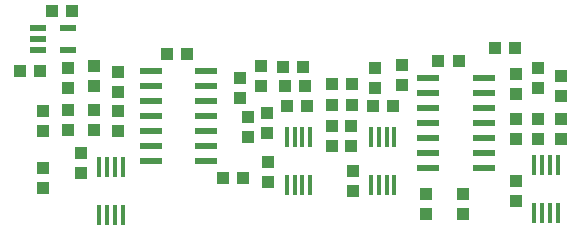
<source format=gbr>
G04 EAGLE Gerber X2 export*
%TF.Part,Single*%
%TF.FileFunction,Paste,Bot*%
%TF.FilePolarity,Positive*%
%TF.GenerationSoftware,Autodesk,EAGLE,9.0.1*%
%TF.CreationDate,2018-06-21T02:26:47Z*%
G75*
%MOMM*%
%FSLAX34Y34*%
%LPD*%
%AMOC8*
5,1,8,0,0,1.08239X$1,22.5*%
G01*
%ADD10R,1.100000X1.000000*%
%ADD11R,1.320800X0.558800*%
%ADD12R,1.981200X0.558800*%
%ADD13R,1.000000X1.100000*%
%ADD14R,0.431800X1.778000*%


D10*
X68825Y233363D03*
X51825Y233363D03*
X41838Y182563D03*
X24838Y182563D03*
D11*
X39434Y200050D03*
X39434Y209550D03*
X39434Y219050D03*
X65342Y219050D03*
X65342Y200050D03*
D12*
X135128Y106363D03*
X135128Y119063D03*
X135128Y131763D03*
X135128Y144463D03*
X135128Y157163D03*
X135128Y169863D03*
X135128Y182563D03*
X182372Y182563D03*
X182372Y169863D03*
X182372Y157163D03*
X182372Y144463D03*
X182372Y131763D03*
X182372Y119063D03*
X182372Y106363D03*
D10*
X148663Y196850D03*
X165663Y196850D03*
D13*
X234950Y105338D03*
X234950Y88338D03*
D14*
X270100Y85916D03*
X263600Y85916D03*
X257100Y85916D03*
X250600Y85916D03*
X250600Y126810D03*
X257100Y126810D03*
X263600Y126810D03*
X270100Y126810D03*
D13*
X233363Y129613D03*
X233363Y146613D03*
D10*
X250263Y152400D03*
X267263Y152400D03*
D13*
X217488Y126438D03*
X217488Y143438D03*
D10*
X196288Y92075D03*
X213288Y92075D03*
X248675Y169863D03*
X265675Y169863D03*
D13*
X211138Y176775D03*
X211138Y159775D03*
X228600Y169300D03*
X228600Y186300D03*
D10*
X264088Y185738D03*
X247088Y185738D03*
D13*
X76200Y113275D03*
X76200Y96275D03*
D14*
X111350Y60516D03*
X104850Y60516D03*
X98350Y60516D03*
X91850Y60516D03*
X91850Y101410D03*
X98350Y101410D03*
X104850Y101410D03*
X111350Y101410D03*
D13*
X44450Y100575D03*
X44450Y83575D03*
X44450Y131200D03*
X44450Y148200D03*
X87313Y149788D03*
X87313Y132788D03*
X107950Y148200D03*
X107950Y131200D03*
X65088Y149788D03*
X65088Y132788D03*
X107950Y181538D03*
X107950Y164538D03*
X87313Y169300D03*
X87313Y186300D03*
X65088Y184713D03*
X65088Y167713D03*
D12*
X370078Y100013D03*
X370078Y112713D03*
X370078Y125413D03*
X370078Y138113D03*
X370078Y150813D03*
X370078Y163513D03*
X370078Y176213D03*
X417322Y176213D03*
X417322Y163513D03*
X417322Y150813D03*
X417322Y138113D03*
X417322Y125413D03*
X417322Y112713D03*
X417322Y100013D03*
D10*
X378850Y190500D03*
X395850Y190500D03*
D13*
X444500Y89463D03*
X444500Y72463D03*
D14*
X479650Y62103D03*
X473150Y62103D03*
X466650Y62103D03*
X460150Y62103D03*
X460150Y102997D03*
X466650Y102997D03*
X473150Y102997D03*
X479650Y102997D03*
D13*
X482600Y178363D03*
X482600Y161363D03*
X482600Y141850D03*
X482600Y124850D03*
X444500Y141850D03*
X444500Y124850D03*
X400050Y78350D03*
X400050Y61350D03*
X463550Y141850D03*
X463550Y124850D03*
X444500Y179950D03*
X444500Y162950D03*
D10*
X443475Y201613D03*
X426475Y201613D03*
D13*
X463550Y167713D03*
X463550Y184713D03*
X306388Y97400D03*
X306388Y80400D03*
D14*
X341538Y85916D03*
X335038Y85916D03*
X328538Y85916D03*
X322038Y85916D03*
X322038Y126810D03*
X328538Y126810D03*
X335038Y126810D03*
X341538Y126810D03*
D13*
X288925Y118500D03*
X288925Y135500D03*
X304800Y118500D03*
X304800Y135500D03*
D10*
X340288Y152400D03*
X323288Y152400D03*
D13*
X368300Y78350D03*
X368300Y61350D03*
D10*
X288363Y153988D03*
X305363Y153988D03*
D13*
X347663Y170888D03*
X347663Y187888D03*
X325438Y184713D03*
X325438Y167713D03*
D10*
X305363Y171450D03*
X288363Y171450D03*
M02*

</source>
